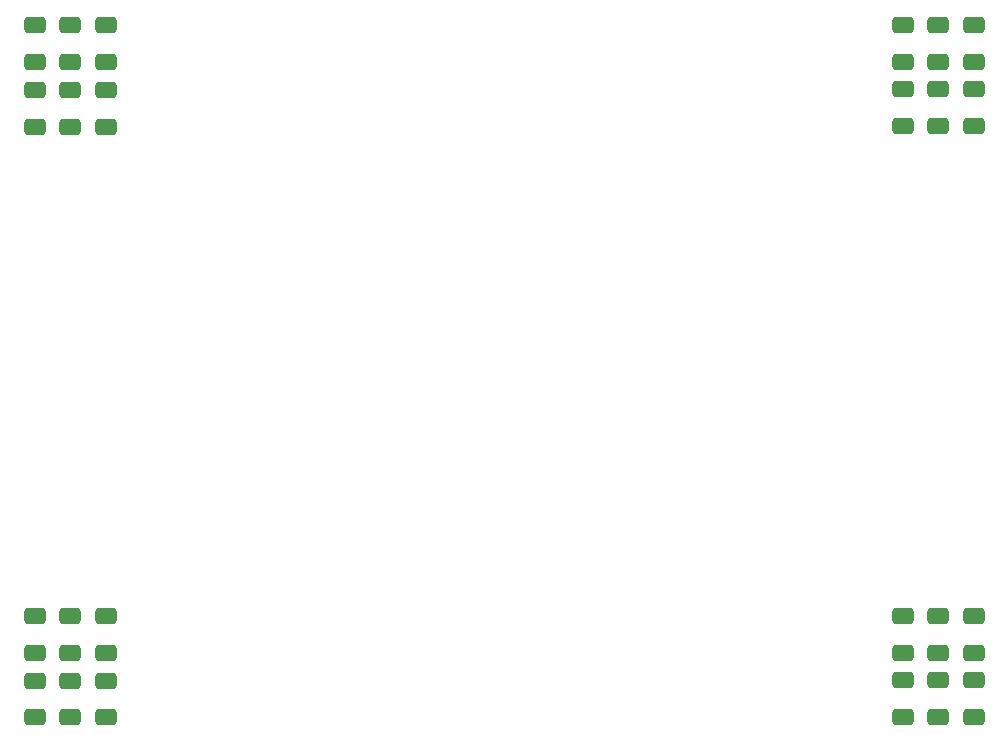
<source format=gbp>
G04 #@! TF.GenerationSoftware,KiCad,Pcbnew,7.0.1*
G04 #@! TF.CreationDate,2023-06-27T15:11:53+02:00*
G04 #@! TF.ProjectId,K_PSU_dual_filter,4b5f5053-555f-4647-9561-6c5f66696c74,rev?*
G04 #@! TF.SameCoordinates,Original*
G04 #@! TF.FileFunction,Paste,Bot*
G04 #@! TF.FilePolarity,Positive*
%FSLAX46Y46*%
G04 Gerber Fmt 4.6, Leading zero omitted, Abs format (unit mm)*
G04 Created by KiCad (PCBNEW 7.0.1) date 2023-06-27 15:11:53*
%MOMM*%
%LPD*%
G01*
G04 APERTURE LIST*
G04 Aperture macros list*
%AMRoundRect*
0 Rectangle with rounded corners*
0 $1 Rounding radius*
0 $2 $3 $4 $5 $6 $7 $8 $9 X,Y pos of 4 corners*
0 Add a 4 corners polygon primitive as box body*
4,1,4,$2,$3,$4,$5,$6,$7,$8,$9,$2,$3,0*
0 Add four circle primitives for the rounded corners*
1,1,$1+$1,$2,$3*
1,1,$1+$1,$4,$5*
1,1,$1+$1,$6,$7*
1,1,$1+$1,$8,$9*
0 Add four rect primitives between the rounded corners*
20,1,$1+$1,$2,$3,$4,$5,0*
20,1,$1+$1,$4,$5,$6,$7,0*
20,1,$1+$1,$6,$7,$8,$9,0*
20,1,$1+$1,$8,$9,$2,$3,0*%
G04 Aperture macros list end*
%ADD10RoundRect,0.250000X0.650000X-0.412500X0.650000X0.412500X-0.650000X0.412500X-0.650000X-0.412500X0*%
G04 APERTURE END LIST*
D10*
X188000000Y-105625000D03*
X188000000Y-102500000D03*
X120500000Y-55625000D03*
X120500000Y-52500000D03*
X188000000Y-61062500D03*
X188000000Y-57937500D03*
X117500000Y-61125000D03*
X117500000Y-58000000D03*
X194000000Y-105625000D03*
X194000000Y-102500000D03*
X120500000Y-61125000D03*
X120500000Y-58000000D03*
X114500000Y-105625000D03*
X114500000Y-102500000D03*
X117500000Y-55625000D03*
X117500000Y-52500000D03*
X120500000Y-105625000D03*
X120500000Y-102500000D03*
X191000000Y-111062500D03*
X191000000Y-107937500D03*
X191000000Y-55625000D03*
X191000000Y-52500000D03*
X194000000Y-55625000D03*
X194000000Y-52500000D03*
X194000000Y-61062500D03*
X194000000Y-57937500D03*
X117500000Y-111125000D03*
X117500000Y-108000000D03*
X194000000Y-111062500D03*
X194000000Y-107937500D03*
X114500000Y-111125000D03*
X114500000Y-108000000D03*
X188000000Y-55625000D03*
X188000000Y-52500000D03*
X120500000Y-111125000D03*
X120500000Y-108000000D03*
X117500000Y-105625000D03*
X117500000Y-102500000D03*
X188000000Y-111062500D03*
X188000000Y-107937500D03*
X114500000Y-61125000D03*
X114500000Y-58000000D03*
X114500000Y-55625000D03*
X114500000Y-52500000D03*
X191000000Y-105625000D03*
X191000000Y-102500000D03*
X191000000Y-61062500D03*
X191000000Y-57937500D03*
M02*

</source>
